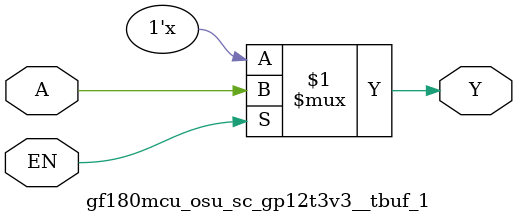
<source format=v>
`timescale 1ns/10ps
`celldefine
module gf180mcu_osu_sc_gp12t3v3__tbuf_1 (Y, A, EN);
	output Y;
	input A, EN;

	// Function
	bufif1 (Y, A, EN);

	// Timing
	specify
		(A => Y) = 0;
		(EN => Y) = 0;
	endspecify
endmodule
`endcelldefine

</source>
